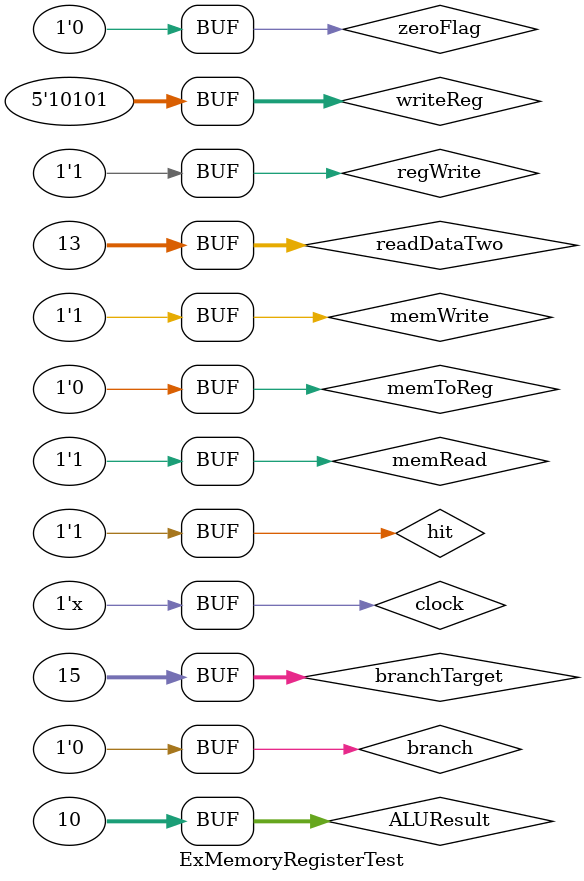
<source format=v>
`timescale 1ns / 1ps

module ExMemoryRegisterTest;

	// Inputs
	reg clock;
	reg hit;
	reg [31:0] branchTarget;
	reg zeroFlag;
	reg [31:0] ALUResult;
	reg [31:0] readDataTwo;
	reg [4:0] writeReg;
	reg memRead;
	reg memWrite;
	reg branch;
	reg regWrite;
	reg memToReg;

	// Outputs
	wire [31:0] branchTargetOut;
	wire zeroFlagOut;
	wire [31:0] ALUResultOut;
	wire [31:0] readDataTwoOut;
	wire [4:0] writeRegOut;
	wire memReadOut;
	wire memWriteOut;
	wire branchOut;
	wire regWriteOut;
	wire memToRegOut;
	wire hitOut;

	// Instantiate the Unit Under Test (UUT)
	ExMemoryRegister uut (
		.clock(clock), 
		.hit(hit), 
		.branchTarget(branchTarget), 
		.zeroFlag(zeroFlag), 
		.ALUResult(ALUResult), 
		.readDataTwo(readDataTwo), 
		.writeReg(writeReg), 
		.memRead(memRead), 
		.memWrite(memWrite), 
		.branch(branch), 
		.regWrite(regWrite), 
		.memToReg(memToReg), 
		.branchTargetOut(branchTargetOut), 
		.zeroFlagOut(zeroFlagOut), 
		.ALUResultOut(ALUResultOut), 
		.readDataTwoOut(readDataTwoOut), 
		.writeRegOut(writeRegOut), 
		.memReadOut(memReadOut), 
		.memWriteOut(memWriteOut), 
		.branchOut(branchOut), 
		.regWriteOut(regWriteOut), 
		.memToRegOut(memToRegOut), 
		.hitOut(hitOut)
	);

	
	initial begin

		clock = 0;
		hit = 0;
		branchTarget = 32'b0000_0000_0000_0000_0000_0000_0000_0111; // 7
		zeroFlag 	 = 0;
		ALUResult 	 = 32'b0000_0000_0000_0000_0000_0000_0000_0101; // 5
		readDataTwo  = 32'b0000_0000_0000_0000_0000_0000_0000_1001; // 9
		writeReg     = 5'b10010;
		memRead      = 0;
		memWrite     = 1;
		branch       = 1;
		regWrite     = 0;
		memToReg     = 1;

		#500;
		
		hit = 1;
		branchTarget = 32'b0000_0000_0000_0000_0000_0000_0000_1111; // 15
		zeroFlag     = 0;
		ALUResult    = 32'b0000_0000_0000_0000_0000_0000_0000_1010; // 10
		readDataTwo  = 32'b0000_0000_0000_0000_0000_0000_0000_1101; // 13
		writeReg     = 5'b10101;
		memRead      = 1;
		memWrite     = 1;
		branch       = 0;
		regWrite     = 1;
		memToReg     = 0;
        
	end
	
	always # 250 clock = ~clock;

      
endmodule

</source>
